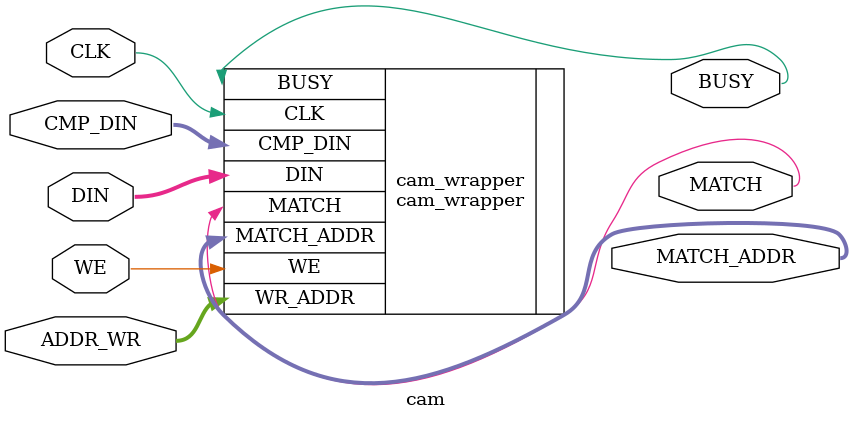
<source format=v>

`timescale 1ns/1ps

module cam 
#(
   parameter C_TCAM_ADDR_WIDTH  	= 5, 
   parameter C_TCAM_DATA_WIDTH   	= 32,
   parameter C_TCAM_ADDR_TYPE		= 0,
   parameter C_TCAM_MATCH_ADDR_WIDTH	= 5
)
(
   input					CLK,
   input					WE,
   input          [C_TCAM_ADDR_WIDTH-1:0]	ADDR_WR,
   input          [C_TCAM_DATA_WIDTH-1:0]	DIN,
   output					BUSY,

   input          [C_TCAM_DATA_WIDTH-1:0]	CMP_DIN,
   output					MATCH,
   output         [C_TCAM_MATCH_ADDR_WIDTH-1:0]	MATCH_ADDR
);

localparam  C_TCAM_DATA_DEPTH = 2**C_TCAM_ADDR_WIDTH;

cam_wrapper
#(
   .C_TCAM_ADDR_WIDTH		(  C_TCAM_ADDR_WIDTH    ),
   .C_TCAM_DATA_WIDTH		(  C_TCAM_DATA_WIDTH    ),
   .C_TCAM_ADDR_TYPE		(  C_TCAM_ADDR_TYPE     ),
   .C_TCAM_MATCH_ADDR_WIDTH	(  C_TCAM_MATCH_ADDR_WIDTH   )
)
cam_wrapper
(
   .CLK                 (  CLK                  ),
   .WE                  (  WE                   ), 
   .WR_ADDR             (  ADDR_WR              ),
   .DIN                 (  DIN                  ), 
   .BUSY                (  BUSY                 ),

   .MATCH               (  MATCH                ), 
   .MATCH_ADDR          (  MATCH_ADDR           ),
   .CMP_DIN             (  CMP_DIN              )
);

endmodule

</source>
